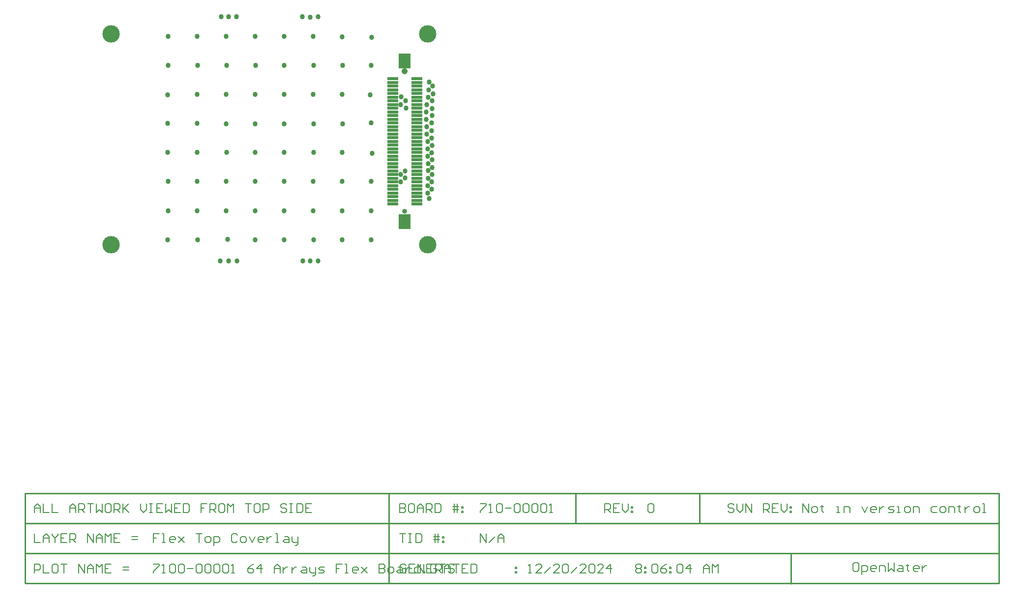
<source format=gts>
G04*
G04 #@! TF.GenerationSoftware,Altium Limited,Altium Designer,24.3.1 (35)*
G04*
G04 Layer_Color=8388736*
%FSAX25Y25*%
%MOIN*%
G70*
G04*
G04 #@! TF.SameCoordinates,FD1E8778-55F6-401F-AF26-4ACC28CE7946*
G04*
G04*
G04 #@! TF.FilePolarity,Negative*
G04*
G01*
G75*
%ADD11C,0.01000*%
%ADD14C,0.00800*%
%ADD18R,0.08474X0.10443*%
%ADD19R,0.07687X0.01978*%
%ADD20C,0.11811*%
%ADD21C,0.03356*%
%ADD22C,0.04143*%
%ADD23C,0.03394*%
G54D11*
X0497200Y0080717D02*
Y0101050D01*
X0413200Y0080717D02*
Y0101050D01*
X0040000Y0080717D02*
X0700200D01*
X0040000Y0060383D02*
X0700000D01*
X0040000Y0040050D02*
X0440500D01*
X0040050Y0101050D02*
X0700200D01*
X0040050Y0040050D02*
Y0101050D01*
Y0040050D02*
X0197600D01*
X0040000D02*
Y0101050D01*
X0286500Y0040050D02*
Y0101050D01*
X0700200Y0040050D02*
Y0101050D01*
X0440500Y0040050D02*
X0700200D01*
X0559400Y0039400D02*
Y0059683D01*
G54D14*
X0130899Y0073549D02*
X0126900D01*
Y0070550D01*
X0128899D01*
X0126900D01*
Y0067551D01*
X0132898D02*
X0134897D01*
X0133898D01*
Y0073549D01*
X0132898D01*
X0140895Y0067551D02*
X0138896D01*
X0137896Y0068550D01*
Y0070550D01*
X0138896Y0071549D01*
X0140895D01*
X0141895Y0070550D01*
Y0069550D01*
X0137896D01*
X0143895Y0071549D02*
X0147893Y0067551D01*
X0145894Y0069550D01*
X0147893Y0071549D01*
X0143895Y0067551D01*
X0155891Y0073549D02*
X0159889D01*
X0157890D01*
Y0067551D01*
X0162888D02*
X0164888D01*
X0165887Y0068550D01*
Y0070550D01*
X0164888Y0071549D01*
X0162888D01*
X0161889Y0070550D01*
Y0068550D01*
X0162888Y0067551D01*
X0167887Y0065551D02*
Y0071549D01*
X0170886D01*
X0171885Y0070550D01*
Y0068550D01*
X0170886Y0067551D01*
X0167887D01*
X0183882Y0072549D02*
X0182882Y0073549D01*
X0180883D01*
X0179883Y0072549D01*
Y0068550D01*
X0180883Y0067551D01*
X0182882D01*
X0183882Y0068550D01*
X0186881Y0067551D02*
X0188880D01*
X0189880Y0068550D01*
Y0070550D01*
X0188880Y0071549D01*
X0186881D01*
X0185881Y0070550D01*
Y0068550D01*
X0186881Y0067551D01*
X0191879Y0071549D02*
X0193878Y0067551D01*
X0195878Y0071549D01*
X0200876Y0067551D02*
X0198877D01*
X0197877Y0068550D01*
Y0070550D01*
X0198877Y0071549D01*
X0200876D01*
X0201876Y0070550D01*
Y0069550D01*
X0197877D01*
X0203875Y0071549D02*
Y0067551D01*
Y0069550D01*
X0204875Y0070550D01*
X0205874Y0071549D01*
X0206874D01*
X0209873Y0067551D02*
X0211873D01*
X0210873D01*
Y0073549D01*
X0209873D01*
X0215871Y0071549D02*
X0217871D01*
X0218870Y0070550D01*
Y0067551D01*
X0215871D01*
X0214872Y0068550D01*
X0215871Y0069550D01*
X0218870D01*
X0220870Y0071549D02*
Y0068550D01*
X0221869Y0067551D01*
X0224868D01*
Y0066551D01*
X0223869Y0065551D01*
X0222869D01*
X0224868Y0067551D02*
Y0071549D01*
X0130899Y0073549D02*
X0126900D01*
Y0070550D01*
X0128899D01*
X0126900D01*
Y0067551D01*
X0132898D02*
X0134897D01*
X0133898D01*
Y0073549D01*
X0132898D01*
X0140895Y0067551D02*
X0138896D01*
X0137896Y0068550D01*
Y0070550D01*
X0138896Y0071549D01*
X0140895D01*
X0141895Y0070550D01*
Y0069550D01*
X0137896D01*
X0143895Y0071549D02*
X0147893Y0067551D01*
X0145894Y0069550D01*
X0147893Y0071549D01*
X0143895Y0067551D01*
X0155891Y0073549D02*
X0159889D01*
X0157890D01*
Y0067551D01*
X0162888D02*
X0164888D01*
X0165887Y0068550D01*
Y0070550D01*
X0164888Y0071549D01*
X0162888D01*
X0161889Y0070550D01*
Y0068550D01*
X0162888Y0067551D01*
X0167887Y0065551D02*
Y0071549D01*
X0170886D01*
X0171885Y0070550D01*
Y0068550D01*
X0170886Y0067551D01*
X0167887D01*
X0183882Y0072549D02*
X0182882Y0073549D01*
X0180883D01*
X0179883Y0072549D01*
Y0068550D01*
X0180883Y0067551D01*
X0182882D01*
X0183882Y0068550D01*
X0186881Y0067551D02*
X0188880D01*
X0189880Y0068550D01*
Y0070550D01*
X0188880Y0071549D01*
X0186881D01*
X0185881Y0070550D01*
Y0068550D01*
X0186881Y0067551D01*
X0191879Y0071549D02*
X0193878Y0067551D01*
X0195878Y0071549D01*
X0200876Y0067551D02*
X0198877D01*
X0197877Y0068550D01*
Y0070550D01*
X0198877Y0071549D01*
X0200876D01*
X0201876Y0070550D01*
Y0069550D01*
X0197877D01*
X0203875Y0071549D02*
Y0067551D01*
Y0069550D01*
X0204875Y0070550D01*
X0205874Y0071549D01*
X0206874D01*
X0209873Y0067551D02*
X0211873D01*
X0210873D01*
Y0073549D01*
X0209873D01*
X0215871Y0071549D02*
X0217871D01*
X0218870Y0070550D01*
Y0067551D01*
X0215871D01*
X0214872Y0068550D01*
X0215871Y0069550D01*
X0218870D01*
X0220870Y0071549D02*
Y0068550D01*
X0221869Y0067551D01*
X0224868D01*
Y0066551D01*
X0223869Y0065551D01*
X0222869D01*
X0224868Y0067551D02*
Y0071549D01*
X0567400Y0087833D02*
Y0093831D01*
X0571399Y0087833D01*
Y0093831D01*
X0574398Y0087833D02*
X0576397D01*
X0577397Y0088833D01*
Y0090832D01*
X0576397Y0091832D01*
X0574398D01*
X0573398Y0090832D01*
Y0088833D01*
X0574398Y0087833D01*
X0580396Y0092832D02*
Y0091832D01*
X0579396D01*
X0581395D01*
X0580396D01*
Y0088833D01*
X0581395Y0087833D01*
X0590393D02*
X0592392D01*
X0591392D01*
Y0091832D01*
X0590393D01*
X0595391Y0087833D02*
Y0091832D01*
X0598390D01*
X0599390Y0090832D01*
Y0087833D01*
X0607387Y0091832D02*
X0609386Y0087833D01*
X0611386Y0091832D01*
X0616384Y0087833D02*
X0614385D01*
X0613385Y0088833D01*
Y0090832D01*
X0614385Y0091832D01*
X0616384D01*
X0617384Y0090832D01*
Y0089833D01*
X0613385D01*
X0619383Y0091832D02*
Y0087833D01*
Y0089833D01*
X0620383Y0090832D01*
X0621383Y0091832D01*
X0622382D01*
X0625381Y0087833D02*
X0628380D01*
X0629380Y0088833D01*
X0628380Y0089833D01*
X0626381D01*
X0625381Y0090832D01*
X0626381Y0091832D01*
X0629380D01*
X0631379Y0087833D02*
X0633379D01*
X0632379D01*
Y0091832D01*
X0631379D01*
X0637377Y0087833D02*
X0639377D01*
X0640376Y0088833D01*
Y0090832D01*
X0639377Y0091832D01*
X0637377D01*
X0636378Y0090832D01*
Y0088833D01*
X0637377Y0087833D01*
X0642376D02*
Y0091832D01*
X0645375D01*
X0646374Y0090832D01*
Y0087833D01*
X0658371Y0091832D02*
X0655372D01*
X0654372Y0090832D01*
Y0088833D01*
X0655372Y0087833D01*
X0658371D01*
X0661370D02*
X0663369D01*
X0664369Y0088833D01*
Y0090832D01*
X0663369Y0091832D01*
X0661370D01*
X0660370Y0090832D01*
Y0088833D01*
X0661370Y0087833D01*
X0666368D02*
Y0091832D01*
X0669367D01*
X0670367Y0090832D01*
Y0087833D01*
X0673366Y0092832D02*
Y0091832D01*
X0672366D01*
X0674365D01*
X0673366D01*
Y0088833D01*
X0674365Y0087833D01*
X0677364Y0091832D02*
Y0087833D01*
Y0089833D01*
X0678364Y0090832D01*
X0679364Y0091832D01*
X0680364D01*
X0684362Y0087833D02*
X0686362D01*
X0687361Y0088833D01*
Y0090832D01*
X0686362Y0091832D01*
X0684362D01*
X0683362Y0090832D01*
Y0088833D01*
X0684362Y0087833D01*
X0689361D02*
X0691360D01*
X0690360D01*
Y0093831D01*
X0689361D01*
X0520799Y0092832D02*
X0519799Y0093831D01*
X0517800D01*
X0516800Y0092832D01*
Y0091832D01*
X0517800Y0090832D01*
X0519799D01*
X0520799Y0089833D01*
Y0088833D01*
X0519799Y0087833D01*
X0517800D01*
X0516800Y0088833D01*
X0522798Y0093831D02*
Y0089833D01*
X0524797Y0087833D01*
X0526797Y0089833D01*
Y0093831D01*
X0528796Y0087833D02*
Y0093831D01*
X0532795Y0087833D01*
Y0093831D01*
X0540792Y0087833D02*
Y0093831D01*
X0543791D01*
X0544791Y0092832D01*
Y0090832D01*
X0543791Y0089833D01*
X0540792D01*
X0542792D02*
X0544791Y0087833D01*
X0550789Y0093831D02*
X0546790D01*
Y0087833D01*
X0550789D01*
X0546790Y0090832D02*
X0548790D01*
X0552788Y0093831D02*
Y0089833D01*
X0554788Y0087833D01*
X0556787Y0089833D01*
Y0093831D01*
X0558786Y0091832D02*
X0559786D01*
Y0090832D01*
X0558786D01*
Y0091832D01*
Y0088833D02*
X0559786D01*
Y0087833D01*
X0558786D01*
Y0088833D01*
X0433000Y0087833D02*
Y0093831D01*
X0435999D01*
X0436999Y0092832D01*
Y0090832D01*
X0435999Y0089833D01*
X0433000D01*
X0434999D02*
X0436999Y0087833D01*
X0442997Y0093831D02*
X0438998D01*
Y0087833D01*
X0442997D01*
X0438998Y0090832D02*
X0440997D01*
X0444996Y0093831D02*
Y0089833D01*
X0446995Y0087833D01*
X0448995Y0089833D01*
Y0093831D01*
X0450994Y0091832D02*
X0451994D01*
Y0090832D01*
X0450994D01*
Y0091832D01*
Y0088833D02*
X0451994D01*
Y0087833D01*
X0450994D01*
Y0088833D01*
X0126900Y0052965D02*
X0130899D01*
Y0051965D01*
X0126900Y0047966D01*
Y0046966D01*
X0132898D02*
X0134897D01*
X0133898D01*
Y0052965D01*
X0132898Y0051965D01*
X0137896D02*
X0138896Y0052965D01*
X0140895D01*
X0141895Y0051965D01*
Y0047966D01*
X0140895Y0046966D01*
X0138896D01*
X0137896Y0047966D01*
Y0051965D01*
X0143895D02*
X0144894Y0052965D01*
X0146894D01*
X0147893Y0051965D01*
Y0047966D01*
X0146894Y0046966D01*
X0144894D01*
X0143895Y0047966D01*
Y0051965D01*
X0149893Y0049966D02*
X0153891D01*
X0155891Y0051965D02*
X0156890Y0052965D01*
X0158890D01*
X0159889Y0051965D01*
Y0047966D01*
X0158890Y0046966D01*
X0156890D01*
X0155891Y0047966D01*
Y0051965D01*
X0161889D02*
X0162888Y0052965D01*
X0164888D01*
X0165887Y0051965D01*
Y0047966D01*
X0164888Y0046966D01*
X0162888D01*
X0161889Y0047966D01*
Y0051965D01*
X0167887D02*
X0168886Y0052965D01*
X0170886D01*
X0171885Y0051965D01*
Y0047966D01*
X0170886Y0046966D01*
X0168886D01*
X0167887Y0047966D01*
Y0051965D01*
X0173885D02*
X0174884Y0052965D01*
X0176884D01*
X0177884Y0051965D01*
Y0047966D01*
X0176884Y0046966D01*
X0174884D01*
X0173885Y0047966D01*
Y0051965D01*
X0179883Y0046966D02*
X0181882D01*
X0180883D01*
Y0052965D01*
X0179883Y0051965D01*
X0194878Y0052965D02*
X0192879Y0051965D01*
X0190879Y0049966D01*
Y0047966D01*
X0191879Y0046966D01*
X0193878D01*
X0194878Y0047966D01*
Y0048966D01*
X0193878Y0049966D01*
X0190879D01*
X0199876Y0046966D02*
Y0052965D01*
X0196877Y0049966D01*
X0200876D01*
X0208874Y0046966D02*
Y0050965D01*
X0210873Y0052965D01*
X0212872Y0050965D01*
Y0046966D01*
Y0049966D01*
X0208874D01*
X0214872Y0050965D02*
Y0046966D01*
Y0048966D01*
X0215871Y0049966D01*
X0216871Y0050965D01*
X0217871D01*
X0220870D02*
Y0046966D01*
Y0048966D01*
X0221869Y0049966D01*
X0222869Y0050965D01*
X0223869D01*
X0227867D02*
X0229867D01*
X0230866Y0049966D01*
Y0046966D01*
X0227867D01*
X0226868Y0047966D01*
X0227867Y0048966D01*
X0230866D01*
X0232866Y0050965D02*
Y0047966D01*
X0233865Y0046966D01*
X0236864D01*
Y0045967D01*
X0235865Y0044967D01*
X0234865D01*
X0236864Y0046966D02*
Y0050965D01*
X0238864Y0046966D02*
X0241863D01*
X0242863Y0047966D01*
X0241863Y0048966D01*
X0239863D01*
X0238864Y0049966D01*
X0239863Y0050965D01*
X0242863D01*
X0254859Y0052965D02*
X0250860D01*
Y0049966D01*
X0252859D01*
X0250860D01*
Y0046966D01*
X0256858D02*
X0258857D01*
X0257858D01*
Y0052965D01*
X0256858D01*
X0264855Y0046966D02*
X0262856D01*
X0261856Y0047966D01*
Y0049966D01*
X0262856Y0050965D01*
X0264855D01*
X0265855Y0049966D01*
Y0048966D01*
X0261856D01*
X0267854Y0050965D02*
X0271853Y0046966D01*
X0269854Y0048966D01*
X0271853Y0050965D01*
X0267854Y0046966D01*
X0279851Y0052965D02*
Y0046966D01*
X0282850D01*
X0283849Y0047966D01*
Y0048966D01*
X0282850Y0049966D01*
X0279851D01*
X0282850D01*
X0283849Y0050965D01*
Y0051965D01*
X0282850Y0052965D01*
X0279851D01*
X0286848Y0046966D02*
X0288848D01*
X0289847Y0047966D01*
Y0049966D01*
X0288848Y0050965D01*
X0286848D01*
X0285849Y0049966D01*
Y0047966D01*
X0286848Y0046966D01*
X0292846Y0050965D02*
X0294846D01*
X0295845Y0049966D01*
Y0046966D01*
X0292846D01*
X0291847Y0047966D01*
X0292846Y0048966D01*
X0295845D01*
X0297845Y0050965D02*
Y0046966D01*
Y0048966D01*
X0298844Y0049966D01*
X0299844Y0050965D01*
X0300844D01*
X0307841Y0052965D02*
Y0046966D01*
X0304842D01*
X0303843Y0047966D01*
Y0049966D01*
X0304842Y0050965D01*
X0307841D01*
X0309841Y0046966D02*
Y0047966D01*
X0310841D01*
Y0046966D01*
X0309841D01*
X0318838Y0051965D02*
X0317838Y0052965D01*
X0315839D01*
X0314839Y0051965D01*
Y0047966D01*
X0315839Y0046966D01*
X0317838D01*
X0318838Y0047966D01*
Y0049966D01*
X0316839D01*
X0320837Y0052965D02*
X0324836D01*
X0322837D01*
Y0046966D01*
X0330834Y0051965D02*
X0329834Y0052965D01*
X0327835D01*
X0326835Y0051965D01*
Y0050965D01*
X0327835Y0049966D01*
X0329834D01*
X0330834Y0048966D01*
Y0047966D01*
X0329834Y0046966D01*
X0327835D01*
X0326835Y0047966D01*
X0381150Y0046966D02*
X0383149D01*
X0382150D01*
Y0052965D01*
X0381150Y0051965D01*
X0390147Y0046966D02*
X0386148D01*
X0390147Y0050965D01*
Y0051965D01*
X0389147Y0052965D01*
X0387148D01*
X0386148Y0051965D01*
X0392146Y0046966D02*
X0396145Y0050965D01*
X0402143Y0046966D02*
X0398145D01*
X0402143Y0050965D01*
Y0051965D01*
X0401144Y0052965D01*
X0399144D01*
X0398145Y0051965D01*
X0404143D02*
X0405142Y0052965D01*
X0407142D01*
X0408141Y0051965D01*
Y0047966D01*
X0407142Y0046966D01*
X0405142D01*
X0404143Y0047966D01*
Y0051965D01*
X0410141Y0046966D02*
X0414139Y0050965D01*
X0420137Y0046966D02*
X0416139D01*
X0420137Y0050965D01*
Y0051965D01*
X0419138Y0052965D01*
X0417138D01*
X0416139Y0051965D01*
X0422137D02*
X0423136Y0052965D01*
X0425136D01*
X0426135Y0051965D01*
Y0047966D01*
X0425136Y0046966D01*
X0423136D01*
X0422137Y0047966D01*
Y0051965D01*
X0432133Y0046966D02*
X0428135D01*
X0432133Y0050965D01*
Y0051965D01*
X0431134Y0052965D01*
X0429135D01*
X0428135Y0051965D01*
X0437132Y0046966D02*
Y0052965D01*
X0434133Y0049966D01*
X0438132D01*
X0298199Y0051965D02*
X0297199Y0052965D01*
X0295200D01*
X0294200Y0051965D01*
Y0047966D01*
X0295200Y0046966D01*
X0297199D01*
X0298199Y0047966D01*
Y0049966D01*
X0296199D01*
X0304197Y0052965D02*
X0300198D01*
Y0046966D01*
X0304197D01*
X0300198Y0049966D02*
X0302197D01*
X0306196Y0046966D02*
Y0052965D01*
X0310195Y0046966D01*
Y0052965D01*
X0316193D02*
X0312194D01*
Y0046966D01*
X0316193D01*
X0312194Y0049966D02*
X0314194D01*
X0318192Y0046966D02*
Y0052965D01*
X0321191D01*
X0322191Y0051965D01*
Y0049966D01*
X0321191Y0048966D01*
X0318192D01*
X0320192D02*
X0322191Y0046966D01*
X0324190D02*
Y0050965D01*
X0326190Y0052965D01*
X0328189Y0050965D01*
Y0046966D01*
Y0049966D01*
X0324190D01*
X0330188Y0052965D02*
X0334187D01*
X0332188D01*
Y0046966D01*
X0340185Y0052965D02*
X0336186D01*
Y0046966D01*
X0340185D01*
X0336186Y0049966D02*
X0338186D01*
X0342184Y0052965D02*
Y0046966D01*
X0345183D01*
X0346183Y0047966D01*
Y0051965D01*
X0345183Y0052965D01*
X0342184D01*
X0372175Y0050965D02*
X0373175D01*
Y0049966D01*
X0372175D01*
Y0050965D01*
Y0047966D02*
X0373175D01*
Y0046966D01*
X0372175D01*
Y0047966D01*
X0046350Y0087833D02*
Y0091832D01*
X0048349Y0093831D01*
X0050349Y0091832D01*
Y0087833D01*
Y0090832D01*
X0046350D01*
X0052348Y0093831D02*
Y0087833D01*
X0056347D01*
X0058346Y0093831D02*
Y0087833D01*
X0062345D01*
X0070342D02*
Y0091832D01*
X0072342Y0093831D01*
X0074341Y0091832D01*
Y0087833D01*
Y0090832D01*
X0070342D01*
X0076340Y0087833D02*
Y0093831D01*
X0079339D01*
X0080339Y0092832D01*
Y0090832D01*
X0079339Y0089833D01*
X0076340D01*
X0078340D02*
X0080339Y0087833D01*
X0082338Y0093831D02*
X0086337D01*
X0084338D01*
Y0087833D01*
X0088336Y0093831D02*
Y0087833D01*
X0090336Y0089833D01*
X0092335Y0087833D01*
Y0093831D01*
X0097334D02*
X0095334D01*
X0094335Y0092832D01*
Y0088833D01*
X0095334Y0087833D01*
X0097334D01*
X0098333Y0088833D01*
Y0092832D01*
X0097334Y0093831D01*
X0100332Y0087833D02*
Y0093831D01*
X0103332D01*
X0104331Y0092832D01*
Y0090832D01*
X0103332Y0089833D01*
X0100332D01*
X0102332D02*
X0104331Y0087833D01*
X0106331Y0093831D02*
Y0087833D01*
Y0089833D01*
X0110329Y0093831D01*
X0107330Y0090832D01*
X0110329Y0087833D01*
X0118327Y0093831D02*
Y0089833D01*
X0120326Y0087833D01*
X0122325Y0089833D01*
Y0093831D01*
X0124325D02*
X0126324D01*
X0125324D01*
Y0087833D01*
X0124325D01*
X0126324D01*
X0133322Y0093831D02*
X0129323D01*
Y0087833D01*
X0133322D01*
X0129323Y0090832D02*
X0131323D01*
X0135321Y0093831D02*
Y0087833D01*
X0137321Y0089833D01*
X0139320Y0087833D01*
Y0093831D01*
X0145318D02*
X0141319D01*
Y0087833D01*
X0145318D01*
X0141319Y0090832D02*
X0143319D01*
X0147317Y0093831D02*
Y0087833D01*
X0150316D01*
X0151316Y0088833D01*
Y0092832D01*
X0150316Y0093831D01*
X0147317D01*
X0163312D02*
X0159313D01*
Y0090832D01*
X0161313D01*
X0159313D01*
Y0087833D01*
X0165312D02*
Y0093831D01*
X0168310D01*
X0169310Y0092832D01*
Y0090832D01*
X0168310Y0089833D01*
X0165312D01*
X0167311D02*
X0169310Y0087833D01*
X0174309Y0093831D02*
X0172309D01*
X0171310Y0092832D01*
Y0088833D01*
X0172309Y0087833D01*
X0174309D01*
X0175308Y0088833D01*
Y0092832D01*
X0174309Y0093831D01*
X0177308Y0087833D02*
Y0093831D01*
X0179307Y0091832D01*
X0181306Y0093831D01*
Y0087833D01*
X0189304Y0093831D02*
X0193303D01*
X0191303D01*
Y0087833D01*
X0198301Y0093831D02*
X0196301D01*
X0195302Y0092832D01*
Y0088833D01*
X0196301Y0087833D01*
X0198301D01*
X0199301Y0088833D01*
Y0092832D01*
X0198301Y0093831D01*
X0201300Y0087833D02*
Y0093831D01*
X0204299D01*
X0205299Y0092832D01*
Y0090832D01*
X0204299Y0089833D01*
X0201300D01*
X0217295Y0092832D02*
X0216295Y0093831D01*
X0214296D01*
X0213296Y0092832D01*
Y0091832D01*
X0214296Y0090832D01*
X0216295D01*
X0217295Y0089833D01*
Y0088833D01*
X0216295Y0087833D01*
X0214296D01*
X0213296Y0088833D01*
X0219294Y0093831D02*
X0221293D01*
X0220294D01*
Y0087833D01*
X0219294D01*
X0221293D01*
X0224292Y0093831D02*
Y0087833D01*
X0227291D01*
X0228291Y0088833D01*
Y0092832D01*
X0227291Y0093831D01*
X0224292D01*
X0234289D02*
X0230291D01*
Y0087833D01*
X0234289D01*
X0230291Y0090832D02*
X0232290D01*
X0462150Y0092832D02*
X0463150Y0093831D01*
X0465149D01*
X0466149Y0092832D01*
Y0088833D01*
X0465149Y0087833D01*
X0463150D01*
X0462150Y0088833D01*
Y0092832D01*
X0348550Y0093831D02*
X0352549D01*
Y0092832D01*
X0348550Y0088833D01*
Y0087833D01*
X0354548D02*
X0356547D01*
X0355548D01*
Y0093831D01*
X0354548Y0092832D01*
X0359546D02*
X0360546Y0093831D01*
X0362545D01*
X0363545Y0092832D01*
Y0088833D01*
X0362545Y0087833D01*
X0360546D01*
X0359546Y0088833D01*
Y0092832D01*
X0365545Y0090832D02*
X0369543D01*
X0371543Y0092832D02*
X0372542Y0093831D01*
X0374542D01*
X0375541Y0092832D01*
Y0088833D01*
X0374542Y0087833D01*
X0372542D01*
X0371543Y0088833D01*
Y0092832D01*
X0377541D02*
X0378540Y0093831D01*
X0380540D01*
X0381539Y0092832D01*
Y0088833D01*
X0380540Y0087833D01*
X0378540D01*
X0377541Y0088833D01*
Y0092832D01*
X0383539D02*
X0384538Y0093831D01*
X0386538D01*
X0387537Y0092832D01*
Y0088833D01*
X0386538Y0087833D01*
X0384538D01*
X0383539Y0088833D01*
Y0092832D01*
X0389537D02*
X0390536Y0093831D01*
X0392536D01*
X0393535Y0092832D01*
Y0088833D01*
X0392536Y0087833D01*
X0390536D01*
X0389537Y0088833D01*
Y0092832D01*
X0395535Y0087833D02*
X0397534D01*
X0396534D01*
Y0093831D01*
X0395535Y0092832D01*
X0294000Y0093831D02*
Y0087833D01*
X0296999D01*
X0297999Y0088833D01*
Y0089833D01*
X0296999Y0090832D01*
X0294000D01*
X0296999D01*
X0297999Y0091832D01*
Y0092832D01*
X0296999Y0093831D01*
X0294000D01*
X0302997D02*
X0300998D01*
X0299998Y0092832D01*
Y0088833D01*
X0300998Y0087833D01*
X0302997D01*
X0303997Y0088833D01*
Y0092832D01*
X0302997Y0093831D01*
X0305996Y0087833D02*
Y0091832D01*
X0307996Y0093831D01*
X0309995Y0091832D01*
Y0087833D01*
Y0090832D01*
X0305996D01*
X0311994Y0087833D02*
Y0093831D01*
X0314993D01*
X0315993Y0092832D01*
Y0090832D01*
X0314993Y0089833D01*
X0311994D01*
X0313994D02*
X0315993Y0087833D01*
X0317992Y0093831D02*
Y0087833D01*
X0320991D01*
X0321991Y0088833D01*
Y0092832D01*
X0320991Y0093831D01*
X0317992D01*
X0330988Y0087833D02*
Y0093831D01*
X0332987D02*
Y0087833D01*
X0329988Y0091832D02*
X0332987D01*
X0333987D01*
X0329988Y0089833D02*
X0333987D01*
X0335986Y0091832D02*
X0336986D01*
Y0090832D01*
X0335986D01*
Y0091832D01*
Y0088833D02*
X0336986D01*
Y0087833D01*
X0335986D01*
Y0088833D01*
X0046350Y0073549D02*
Y0067551D01*
X0050349D01*
X0052348D02*
Y0071549D01*
X0054347Y0073549D01*
X0056347Y0071549D01*
Y0067551D01*
Y0070550D01*
X0052348D01*
X0058346Y0073549D02*
Y0072549D01*
X0060346Y0070550D01*
X0062345Y0072549D01*
Y0073549D01*
X0060346Y0070550D02*
Y0067551D01*
X0068343Y0073549D02*
X0064344D01*
Y0067551D01*
X0068343D01*
X0064344Y0070550D02*
X0066343D01*
X0070342Y0067551D02*
Y0073549D01*
X0073341D01*
X0074341Y0072549D01*
Y0070550D01*
X0073341Y0069550D01*
X0070342D01*
X0072342D02*
X0074341Y0067551D01*
X0082338D02*
Y0073549D01*
X0086337Y0067551D01*
Y0073549D01*
X0088336Y0067551D02*
Y0071549D01*
X0090336Y0073549D01*
X0092335Y0071549D01*
Y0067551D01*
Y0070550D01*
X0088336D01*
X0094335Y0067551D02*
Y0073549D01*
X0096334Y0071549D01*
X0098333Y0073549D01*
Y0067551D01*
X0104331Y0073549D02*
X0100332D01*
Y0067551D01*
X0104331D01*
X0100332Y0070550D02*
X0102332D01*
X0112329Y0069550D02*
X0116327D01*
X0112329Y0071549D02*
X0116327D01*
X0046350Y0046966D02*
Y0052965D01*
X0049349D01*
X0050349Y0051965D01*
Y0049966D01*
X0049349Y0048966D01*
X0046350D01*
X0052348Y0052965D02*
Y0046966D01*
X0056347D01*
X0061345Y0052965D02*
X0059346D01*
X0058346Y0051965D01*
Y0047966D01*
X0059346Y0046966D01*
X0061345D01*
X0062345Y0047966D01*
Y0051965D01*
X0061345Y0052965D01*
X0064344D02*
X0068343D01*
X0066343D01*
Y0046966D01*
X0076340D02*
Y0052965D01*
X0080339Y0046966D01*
Y0052965D01*
X0082338Y0046966D02*
Y0050965D01*
X0084338Y0052965D01*
X0086337Y0050965D01*
Y0046966D01*
Y0049966D01*
X0082338D01*
X0088336Y0046966D02*
Y0052965D01*
X0090336Y0050965D01*
X0092335Y0052965D01*
Y0046966D01*
X0098333Y0052965D02*
X0094335D01*
Y0046966D01*
X0098333D01*
X0094335Y0049966D02*
X0096334D01*
X0106331Y0048966D02*
X0110329D01*
X0106331Y0050965D02*
X0110329D01*
X0454050Y0051965D02*
X0455050Y0052965D01*
X0457049D01*
X0458049Y0051965D01*
Y0050965D01*
X0457049Y0049966D01*
X0458049Y0048966D01*
Y0047966D01*
X0457049Y0046966D01*
X0455050D01*
X0454050Y0047966D01*
Y0048966D01*
X0455050Y0049966D01*
X0454050Y0050965D01*
Y0051965D01*
X0455050Y0049966D02*
X0457049D01*
X0460048Y0050965D02*
X0461048D01*
Y0049966D01*
X0460048D01*
Y0050965D01*
Y0047966D02*
X0461048D01*
Y0046966D01*
X0460048D01*
Y0047966D01*
X0465046Y0051965D02*
X0466046Y0052965D01*
X0468046D01*
X0469045Y0051965D01*
Y0047966D01*
X0468046Y0046966D01*
X0466046D01*
X0465046Y0047966D01*
Y0051965D01*
X0475043Y0052965D02*
X0473044Y0051965D01*
X0471044Y0049966D01*
Y0047966D01*
X0472044Y0046966D01*
X0474044D01*
X0475043Y0047966D01*
Y0048966D01*
X0474044Y0049966D01*
X0471044D01*
X0477043Y0050965D02*
X0478042D01*
Y0049966D01*
X0477043D01*
Y0050965D01*
Y0047966D02*
X0478042D01*
Y0046966D01*
X0477043D01*
Y0047966D01*
X0482041Y0051965D02*
X0483041Y0052965D01*
X0485040D01*
X0486040Y0051965D01*
Y0047966D01*
X0485040Y0046966D01*
X0483041D01*
X0482041Y0047966D01*
Y0051965D01*
X0491038Y0046966D02*
Y0052965D01*
X0488039Y0049966D01*
X0492038D01*
X0500035Y0046966D02*
Y0050965D01*
X0502035Y0052965D01*
X0504034Y0050965D01*
Y0046966D01*
Y0049966D01*
X0500035D01*
X0506033Y0046966D02*
Y0052965D01*
X0508033Y0050965D01*
X0510032Y0052965D01*
Y0046966D01*
X0604409Y0053922D02*
X0602409D01*
X0601409Y0052922D01*
Y0048923D01*
X0602409Y0047924D01*
X0604409D01*
X0605408Y0048923D01*
Y0052922D01*
X0604409Y0053922D01*
X0607408Y0045924D02*
Y0051922D01*
X0610407D01*
X0611406Y0050923D01*
Y0048923D01*
X0610407Y0047924D01*
X0607408D01*
X0616405D02*
X0614405D01*
X0613406Y0048923D01*
Y0050923D01*
X0614405Y0051922D01*
X0616405D01*
X0617404Y0050923D01*
Y0049923D01*
X0613406D01*
X0619404Y0047924D02*
Y0051922D01*
X0622403D01*
X0623402Y0050923D01*
Y0047924D01*
X0625402Y0053922D02*
Y0047924D01*
X0627401Y0049923D01*
X0629400Y0047924D01*
Y0053922D01*
X0632400Y0051922D02*
X0634399D01*
X0635398Y0050923D01*
Y0047924D01*
X0632400D01*
X0631400Y0048923D01*
X0632400Y0049923D01*
X0635398D01*
X0638398Y0052922D02*
Y0051922D01*
X0637398D01*
X0639397D01*
X0638398D01*
Y0048923D01*
X0639397Y0047924D01*
X0645395D02*
X0643396D01*
X0642396Y0048923D01*
Y0050923D01*
X0643396Y0051922D01*
X0645395D01*
X0646395Y0050923D01*
Y0049923D01*
X0642396D01*
X0648394Y0051922D02*
Y0047924D01*
Y0049923D01*
X0649394Y0050923D01*
X0650394Y0051922D01*
X0651393D01*
X0294000Y0073498D02*
X0297999D01*
X0295999D01*
Y0067500D01*
X0299998Y0073498D02*
X0301997D01*
X0300998D01*
Y0067500D01*
X0299998D01*
X0301997D01*
X0304996Y0073498D02*
Y0067500D01*
X0307996D01*
X0308995Y0068500D01*
Y0072498D01*
X0307996Y0073498D01*
X0304996D01*
X0317992Y0067500D02*
Y0073498D01*
X0319992D02*
Y0067500D01*
X0316993Y0071499D02*
X0319992D01*
X0320991D01*
X0316993Y0069499D02*
X0320991D01*
X0322991Y0071499D02*
X0323990D01*
Y0070499D01*
X0322991D01*
Y0071499D01*
Y0068500D02*
X0323990D01*
Y0067500D01*
X0322991D01*
Y0068500D01*
X0348550Y0067500D02*
Y0073498D01*
X0352549Y0067500D01*
Y0073498D01*
X0354548Y0067500D02*
X0358547Y0071499D01*
X0360546Y0067500D02*
Y0071499D01*
X0362545Y0073498D01*
X0364545Y0071499D01*
Y0067500D01*
Y0070499D01*
X0360546D01*
G54D18*
X0297406Y0285194D02*
D03*
Y0394249D02*
D03*
G54D19*
X0289139Y0297221D02*
D03*
Y0299721D02*
D03*
Y0302221D02*
D03*
Y0304721D02*
D03*
Y0307221D02*
D03*
Y0309721D02*
D03*
Y0312221D02*
D03*
Y0314721D02*
D03*
Y0317221D02*
D03*
Y0319721D02*
D03*
Y0322221D02*
D03*
Y0324721D02*
D03*
Y0327221D02*
D03*
Y0329721D02*
D03*
Y0332221D02*
D03*
Y0334721D02*
D03*
Y0337221D02*
D03*
Y0339721D02*
D03*
Y0342221D02*
D03*
Y0344721D02*
D03*
Y0347221D02*
D03*
Y0349721D02*
D03*
Y0352221D02*
D03*
Y0354721D02*
D03*
Y0357221D02*
D03*
Y0359721D02*
D03*
Y0362221D02*
D03*
Y0364721D02*
D03*
Y0367221D02*
D03*
Y0369721D02*
D03*
Y0372221D02*
D03*
Y0374721D02*
D03*
Y0377221D02*
D03*
Y0379721D02*
D03*
Y0382221D02*
D03*
X0305674Y0297221D02*
D03*
Y0299721D02*
D03*
Y0302221D02*
D03*
Y0304721D02*
D03*
Y0307221D02*
D03*
Y0309721D02*
D03*
Y0312221D02*
D03*
Y0314721D02*
D03*
Y0317221D02*
D03*
Y0319721D02*
D03*
Y0322221D02*
D03*
Y0324721D02*
D03*
Y0327221D02*
D03*
Y0329721D02*
D03*
Y0332221D02*
D03*
Y0334721D02*
D03*
Y0337221D02*
D03*
Y0339721D02*
D03*
Y0342221D02*
D03*
Y0344721D02*
D03*
Y0347221D02*
D03*
Y0349721D02*
D03*
Y0352221D02*
D03*
Y0354721D02*
D03*
Y0357221D02*
D03*
Y0359721D02*
D03*
Y0362221D02*
D03*
Y0364721D02*
D03*
Y0367221D02*
D03*
Y0369721D02*
D03*
Y0372221D02*
D03*
Y0374721D02*
D03*
Y0377221D02*
D03*
Y0379721D02*
D03*
Y0382221D02*
D03*
G54D20*
X0098403Y0269632D02*
D03*
X0312957Y0412532D02*
D03*
X0098403D02*
D03*
X0312957Y0269632D02*
D03*
G54D21*
X0297406Y0292280D02*
D03*
G54D22*
Y0387162D02*
D03*
G54D23*
X0312302Y0344542D02*
D03*
X0312214Y0349691D02*
D03*
X0312087Y0354561D02*
D03*
X0311936Y0359456D02*
D03*
X0312205Y0364565D02*
D03*
X0294474Y0364660D02*
D03*
X0298071Y0367081D02*
D03*
X0298176Y0362248D02*
D03*
X0172386Y0258654D02*
D03*
X0238748Y0258607D02*
D03*
X0233344D02*
D03*
X0228177Y0258512D02*
D03*
X0183632Y0258528D02*
D03*
X0177819Y0258570D02*
D03*
X0238654Y0424143D02*
D03*
X0233162Y0424056D02*
D03*
X0227973Y0424099D02*
D03*
X0183435Y0424143D02*
D03*
X0177900Y0424099D02*
D03*
X0172884Y0424186D02*
D03*
X0316048Y0367131D02*
D03*
X0297648Y0314828D02*
D03*
X0297661Y0319621D02*
D03*
X0312942Y0304425D02*
D03*
X0315533Y0307074D02*
D03*
X0315651Y0312059D02*
D03*
X0315808Y0317319D02*
D03*
X0315906Y0322049D02*
D03*
X0315847Y0327171D02*
D03*
X0315729Y0332018D02*
D03*
X0315847Y0337023D02*
D03*
X0315670Y0342047D02*
D03*
X0315729Y0347032D02*
D03*
X0315749Y0352311D02*
D03*
X0315925Y0361849D02*
D03*
X0315847Y0357080D02*
D03*
X0273871Y0371375D02*
D03*
X0254938Y0332096D02*
D03*
X0274638Y0352251D02*
D03*
X0136838Y0312396D02*
D03*
X0156538D02*
D03*
X0176238D02*
D03*
X0195838D02*
D03*
X0215538D02*
D03*
X0235238D02*
D03*
X0254938D02*
D03*
X0274638D02*
D03*
X0136838Y0292696D02*
D03*
X0156538D02*
D03*
X0176238D02*
D03*
X0195838D02*
D03*
X0215538D02*
D03*
X0235238D02*
D03*
X0274638D02*
D03*
X0254938D02*
D03*
X0294747Y0317186D02*
D03*
Y0312172D02*
D03*
X0314041Y0300825D02*
D03*
X0313111Y0309650D02*
D03*
X0313169Y0319782D02*
D03*
Y0314588D02*
D03*
X0313106Y0329551D02*
D03*
X0313168Y0324618D02*
D03*
X0274638Y0272996D02*
D03*
X0254938D02*
D03*
X0195838D02*
D03*
X0136798Y0272750D02*
D03*
X0177198Y0273250D02*
D03*
X0157098Y0272750D02*
D03*
X0215598Y0272850D02*
D03*
X0235698D02*
D03*
X0156600Y0332267D02*
D03*
X0196000Y0332067D02*
D03*
X0235600Y0332167D02*
D03*
X0275200Y0331667D02*
D03*
X0215500Y0332367D02*
D03*
X0176500D02*
D03*
X0136700Y0332267D02*
D03*
X0313082Y0334658D02*
D03*
X0312908Y0339396D02*
D03*
X0235500Y0351567D02*
D03*
X0196100D02*
D03*
X0156600Y0351767D02*
D03*
X0255200Y0351467D02*
D03*
X0215800Y0351667D02*
D03*
X0176400D02*
D03*
X0136800Y0351867D02*
D03*
X0235238Y0371396D02*
D03*
X0195838D02*
D03*
X0176238D02*
D03*
X0156538D02*
D03*
X0254938D02*
D03*
X0215538D02*
D03*
X0136600Y0371367D02*
D03*
X0157000Y0391167D02*
D03*
X0235500Y0391267D02*
D03*
X0196200Y0391367D02*
D03*
X0274638Y0391096D02*
D03*
X0313205Y0369650D02*
D03*
X0294880Y0369731D02*
D03*
X0136938Y0391096D02*
D03*
X0176638D02*
D03*
X0215638Y0391196D02*
D03*
X0255138Y0391296D02*
D03*
X0275038Y0410296D02*
D03*
X0176238Y0410796D02*
D03*
X0156538D02*
D03*
X0195838D02*
D03*
X0136838D02*
D03*
X0254938Y0410696D02*
D03*
X0215638Y0410896D02*
D03*
X0235438D02*
D03*
X0313970Y0379780D02*
D03*
X0316397Y0377093D02*
D03*
X0313793Y0374424D02*
D03*
X0316600Y0371967D02*
D03*
M02*

</source>
